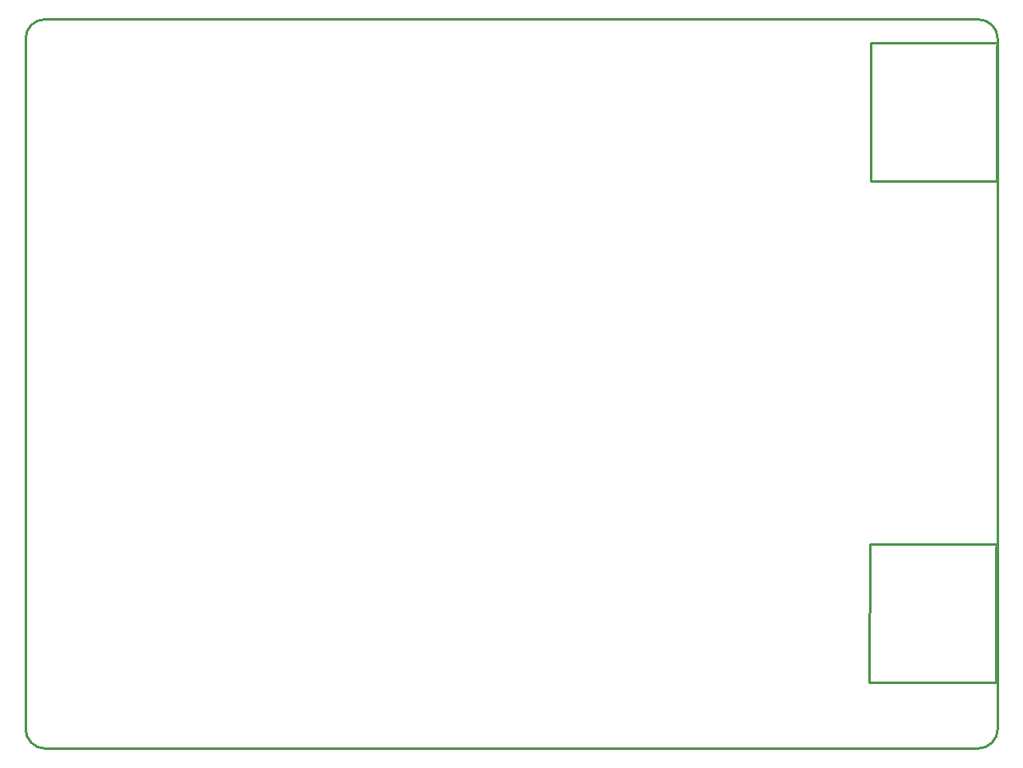
<source format=gko>
G04 Layer: BoardOutlineLayer*
G04 EasyEDA v6.5.39, 2024-10-15 13:45:21*
G04 028e3914a6f949ed9ca799ef75e4ed4f,10*
G04 Gerber Generator version 0.2*
G04 Scale: 100 percent, Rotated: No, Reflected: No *
G04 Dimensions in inches *
G04 leading zeros omitted , absolute positions ,3 integer and 6 decimal *
%FSLAX36Y36*%
%MOIN*%

%ADD10C,0.0100*%
D10*
X3839763Y-2947638D02*
G01*
X60235Y-2947638D01*
X-18503Y-2868897D02*
G01*
X-18503Y-73622D01*
X3918504Y-73622D02*
G01*
X3918504Y-2868897D01*
X60235Y5118D02*
G01*
X3839763Y5118D01*
G75*
G01*
X-18504Y-73622D02*
G02*
X60236Y5118I78740J0D01*
G75*
G01*
X3839764Y5118D02*
G02*
X3918504Y-73622I0J-78740D01*
G75*
G01*
X60236Y-2947638D02*
G02*
X-18504Y-2868898I0J78740D01*
G75*
G01*
X3918504Y-2868898D02*
G02*
X3839764Y-2947638I-78740J0D01*
X3915000Y-100000D02*
G01*
X3915000Y-651179D01*
X3403190Y-651179D01*
X3405000Y-90000D01*
X3915000Y-90000D01*
X3910000Y-2130000D02*
G01*
X3910000Y-2681179D01*
X3398190Y-2681179D01*
X3400000Y-2120000D01*
X3910000Y-2120000D01*

%LPD*%
M02*

</source>
